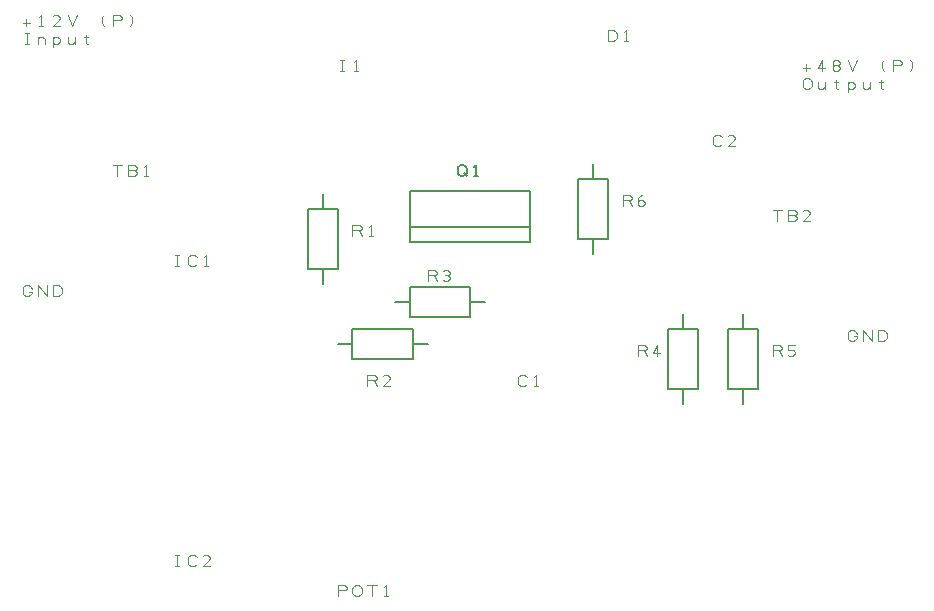
<source format=gbr>
%FSLAX23Y23*%
%MOIN*%
G04 EasyPC Gerber Version 17.0 Build 3379 *
%ADD21C,0.00200*%
%ADD10C,0.00500*%
X0Y0D02*
D02*
D10*
X1103Y1153D02*
Y1202D01*
Y1403D02*
Y1453D01*
X1153Y953D02*
X1202D01*
X1153Y1202D02*
X1053D01*
Y1403*
X1153*
Y1202*
X1202Y903D02*
Y1002D01*
X1403*
Y903*
X1202*
X1343Y1093D02*
X1393D01*
Y1043D02*
Y1143D01*
X1593*
Y1043*
X1393*
X1403Y953D02*
X1453D01*
X1553Y1524D02*
Y1537D01*
X1556Y1543*
X1559Y1546*
X1565Y1549*
X1571*
X1578Y1546*
X1581Y1543*
X1584Y1537*
Y1524*
X1581Y1518*
X1578Y1515*
X1571Y1512*
X1565*
X1559Y1515*
X1556Y1518*
X1553Y1524*
X1574Y1521D02*
X1584Y1512D01*
X1609D02*
X1621D01*
X1615D02*
Y1549D01*
X1609Y1543*
X1593Y1093D02*
X1643D01*
X1793Y1293D02*
Y1463D01*
X1393*
Y1293*
X1793*
Y1343D02*
X1393D01*
X2003Y1252D02*
Y1303D01*
Y1503D02*
Y1553D01*
X2053Y1303D02*
X1953D01*
Y1503*
X2053*
Y1303*
X2303Y753D02*
Y803D01*
Y1002D02*
Y1053D01*
X2353Y803D02*
X2253D01*
Y1002*
X2353*
Y803*
X2503Y753D02*
Y803D01*
Y1002D02*
Y1053D01*
X2553Y803D02*
X2453D01*
Y1002*
X2553*
Y803*
D02*
D21*
X124Y1127D02*
X134D01*
Y1124*
X131Y1118*
X128Y1115*
X121Y1112*
X115*
X109Y1115*
X106Y1118*
X103Y1124*
Y1137*
X106Y1143*
X109Y1146*
X115Y1149*
X121*
X128Y1146*
X131Y1143*
X134Y1137*
X153Y1112D02*
Y1149D01*
X184Y1112*
Y1149*
X203Y1112D02*
Y1149D01*
X221*
X228Y1146*
X231Y1143*
X234Y1137*
Y1124*
X231Y1118*
X228Y1115*
X221Y1112*
X203*
X103Y2024D02*
X128D01*
X115Y2012D02*
Y2037D01*
X159Y2012D02*
X171D01*
X165D02*
Y2049D01*
X159Y2043*
X228Y2012D02*
X203D01*
X224Y2034*
X228Y2040*
X224Y2046*
X218Y2049*
X209*
X203Y2046*
X253Y2049D02*
X268Y2012D01*
X284Y2049*
X374Y2012D02*
X368Y2021D01*
Y2043*
X374Y2049*
X403Y2012D02*
Y2049D01*
X424*
X431Y2046*
X434Y2040*
X431Y2034*
X424Y2031*
X403*
X462Y2012D02*
X468Y2021D01*
Y2043*
X462Y2049*
X112Y1952D02*
X124D01*
X118D02*
Y1989D01*
X112D02*
X124D01*
X153Y1952D02*
Y1977D01*
Y1968D02*
X156Y1974D01*
X162Y1977*
X168*
X174Y1974*
X178Y1968*
Y1952*
X203Y1977D02*
Y1942D01*
Y1961D02*
X206Y1955D01*
X212Y1952*
X218*
X224Y1955*
X228Y1961*
Y1968*
X224Y1974*
X218Y1977*
X212*
X206Y1974*
X203Y1968*
Y1961*
X253Y1977D02*
Y1961D01*
X256Y1955*
X262Y1952*
X268*
X274Y1955*
X278Y1961*
Y1977D02*
Y1952D01*
X309Y1977D02*
X321D01*
X315Y1983D02*
Y1955D01*
X318Y1952*
X321*
X324Y1955*
X418Y1512D02*
Y1549D01*
X403D02*
X434D01*
X474Y1531D02*
X481Y1528D01*
X484Y1521*
X481Y1515*
X474Y1512*
X453*
Y1549*
X474*
X481Y1546*
X484Y1540*
X481Y1534*
X474Y1531*
X453*
X509Y1512D02*
X521D01*
X515D02*
Y1549D01*
X509Y1543*
X612Y212D02*
X624D01*
X618D02*
Y249D01*
X612D02*
X624D01*
X684Y218D02*
X681Y215D01*
X674Y212*
X665*
X659Y215*
X656Y218*
X653Y224*
Y237*
X656Y243*
X659Y246*
X665Y249*
X674*
X681Y246*
X684Y243*
X728Y212D02*
X703D01*
X724Y234*
X728Y240*
X724Y246*
X718Y249*
X709*
X703Y246*
X612Y1212D02*
X624D01*
X618D02*
Y1249D01*
X612D02*
X624D01*
X684Y1218D02*
X681Y1215D01*
X674Y1212*
X665*
X659Y1215*
X656Y1218*
X653Y1224*
Y1237*
X656Y1243*
X659Y1246*
X665Y1249*
X674*
X681Y1246*
X684Y1243*
X709Y1212D02*
X721D01*
X715D02*
Y1249D01*
X709Y1243*
X1153Y112D02*
Y149D01*
X1174*
X1181Y146*
X1184Y140*
X1181Y134*
X1174Y131*
X1153*
X1202Y124D02*
Y137D01*
X1206Y143*
X1209Y146*
X1215Y149*
X1221*
X1228Y146*
X1231Y143*
X1234Y137*
Y124*
X1231Y118*
X1228Y115*
X1221Y112*
X1215*
X1209Y115*
X1206Y118*
X1202Y124*
X1268Y112D02*
Y149D01*
X1252D02*
X1284D01*
X1309Y112D02*
X1321D01*
X1315D02*
Y149D01*
X1309Y143*
X1162Y1862D02*
X1174D01*
X1168D02*
Y1899D01*
X1162D02*
X1174D01*
X1209Y1862D02*
X1221D01*
X1215D02*
Y1899D01*
X1209Y1893*
X1202Y1312D02*
Y1349D01*
X1224*
X1231Y1346*
X1234Y1340*
X1231Y1334*
X1224Y1331*
X1202*
X1224D02*
X1234Y1312D01*
X1259D02*
X1271D01*
X1265D02*
Y1349D01*
X1259Y1343*
X1252Y812D02*
Y849D01*
X1274*
X1281Y846*
X1284Y840*
X1281Y834*
X1274Y831*
X1252*
X1274D02*
X1284Y812D01*
X1328D02*
X1303D01*
X1324Y834*
X1328Y840*
X1324Y846*
X1318Y849*
X1309*
X1303Y846*
X1453Y1162D02*
Y1199D01*
X1474*
X1481Y1196*
X1484Y1190*
X1481Y1184*
X1474Y1181*
X1453*
X1474D02*
X1484Y1162D01*
X1506Y1165D02*
X1512Y1162D01*
X1518*
X1524Y1165*
X1528Y1171*
X1524Y1178*
X1518Y1181*
X1512*
X1518D02*
X1524Y1184D01*
X1528Y1190*
X1524Y1196*
X1518Y1199*
X1512*
X1506Y1196*
X1784Y818D02*
X1781Y815D01*
X1774Y812*
X1765*
X1759Y815*
X1756Y818*
X1753Y824*
Y837*
X1756Y843*
X1759Y846*
X1765Y849*
X1774*
X1781Y846*
X1784Y843*
X1809Y812D02*
X1821D01*
X1815D02*
Y849D01*
X1809Y843*
X2053Y1962D02*
Y1999D01*
X2071*
X2078Y1996*
X2081Y1993*
X2084Y1987*
Y1974*
X2081Y1968*
X2078Y1965*
X2071Y1962*
X2053*
X2109D02*
X2121D01*
X2115D02*
Y1999D01*
X2109Y1993*
X2103Y1412D02*
Y1449D01*
X2124*
X2131Y1446*
X2134Y1440*
X2131Y1434*
X2124Y1431*
X2103*
X2124D02*
X2134Y1412D01*
X2153Y1421D02*
X2156Y1428D01*
X2162Y1431*
X2168*
X2174Y1428*
X2178Y1421*
X2174Y1415*
X2168Y1412*
X2162*
X2156Y1415*
X2153Y1421*
Y1431*
X2156Y1440*
X2162Y1446*
X2168Y1449*
X2153Y912D02*
Y949D01*
X2174*
X2181Y946*
X2184Y940*
X2181Y934*
X2174Y931*
X2153*
X2174D02*
X2184Y912D01*
X2218D02*
Y949D01*
X2203Y924*
X2228*
X2434Y1618D02*
X2431Y1615D01*
X2424Y1612*
X2415*
X2409Y1615*
X2406Y1618*
X2403Y1624*
Y1637*
X2406Y1643*
X2409Y1646*
X2415Y1649*
X2424*
X2431Y1646*
X2434Y1643*
X2478Y1612D02*
X2453D01*
X2474Y1634*
X2478Y1640*
X2474Y1646*
X2468Y1649*
X2459*
X2453Y1646*
X2603Y912D02*
Y949D01*
X2624*
X2631Y946*
X2634Y940*
X2631Y934*
X2624Y931*
X2603*
X2624D02*
X2634Y912D01*
X2653Y915D02*
X2659Y912D01*
X2668*
X2674Y915*
X2678Y921*
Y924*
X2674Y931*
X2668Y934*
X2653*
Y949*
X2678*
X2618Y1362D02*
Y1399D01*
X2603D02*
X2634D01*
X2674Y1381D02*
X2681Y1378D01*
X2684Y1371*
X2681Y1365*
X2674Y1362*
X2653*
Y1399*
X2674*
X2681Y1396*
X2684Y1390*
X2681Y1384*
X2674Y1381*
X2653*
X2728Y1362D02*
X2703D01*
X2724Y1384*
X2728Y1390*
X2724Y1396*
X2718Y1399*
X2709*
X2703Y1396*
Y1874D02*
X2728D01*
X2715Y1862D02*
Y1887D01*
X2768Y1862D02*
Y1899D01*
X2753Y1874*
X2778*
X2812Y1881D02*
X2818D01*
X2824Y1884*
X2828Y1890*
X2824Y1896*
X2818Y1899*
X2812*
X2806Y1896*
X2803Y1890*
X2806Y1884*
X2812Y1881*
X2806Y1878*
X2803Y1871*
X2806Y1865*
X2812Y1862*
X2818*
X2824Y1865*
X2828Y1871*
X2824Y1878*
X2818Y1881*
X2853Y1899D02*
X2868Y1862D01*
X2884Y1899*
X2974Y1862D02*
X2968Y1871D01*
Y1893*
X2974Y1899*
X3003Y1862D02*
Y1899D01*
X3024*
X3031Y1896*
X3034Y1890*
X3031Y1884*
X3024Y1881*
X3003*
X3062Y1862D02*
X3068Y1871D01*
Y1893*
X3062Y1899*
X2703Y1814D02*
Y1827D01*
X2706Y1833*
X2709Y1836*
X2715Y1839*
X2721*
X2728Y1836*
X2731Y1833*
X2734Y1827*
Y1814*
X2731Y1808*
X2728Y1805*
X2721Y1802*
X2715*
X2709Y1805*
X2706Y1808*
X2703Y1814*
X2753Y1827D02*
Y1811D01*
X2756Y1805*
X2762Y1802*
X2768*
X2774Y1805*
X2778Y1811*
Y1827D02*
Y1802D01*
X2809Y1827D02*
X2821D01*
X2815Y1833D02*
Y1805D01*
X2818Y1802*
X2821*
X2824Y1805*
X2853Y1827D02*
Y1793D01*
Y1811D02*
X2856Y1805D01*
X2862Y1802*
X2868*
X2874Y1805*
X2878Y1811*
Y1817*
X2874Y1824*
X2868Y1827*
X2862*
X2856Y1824*
X2853Y1817*
Y1811*
X2903Y1827D02*
Y1811D01*
X2906Y1805*
X2912Y1802*
X2918*
X2924Y1805*
X2928Y1811*
Y1827D02*
Y1802D01*
X2959Y1827D02*
X2971D01*
X2965Y1833D02*
Y1805D01*
X2968Y1802*
X2971*
X2974Y1805*
X2874Y978D02*
X2884D01*
Y974*
X2881Y968*
X2878Y965*
X2871Y962*
X2865*
X2859Y965*
X2856Y968*
X2853Y974*
Y987*
X2856Y993*
X2859Y996*
X2865Y999*
X2871*
X2878Y996*
X2881Y993*
X2884Y987*
X2903Y962D02*
Y999D01*
X2934Y962*
Y999*
X2953Y962D02*
Y999D01*
X2971*
X2978Y996*
X2981Y993*
X2984Y987*
Y974*
X2981Y968*
X2978Y965*
X2971Y962*
X2953*
X0Y0D02*
M02*

</source>
